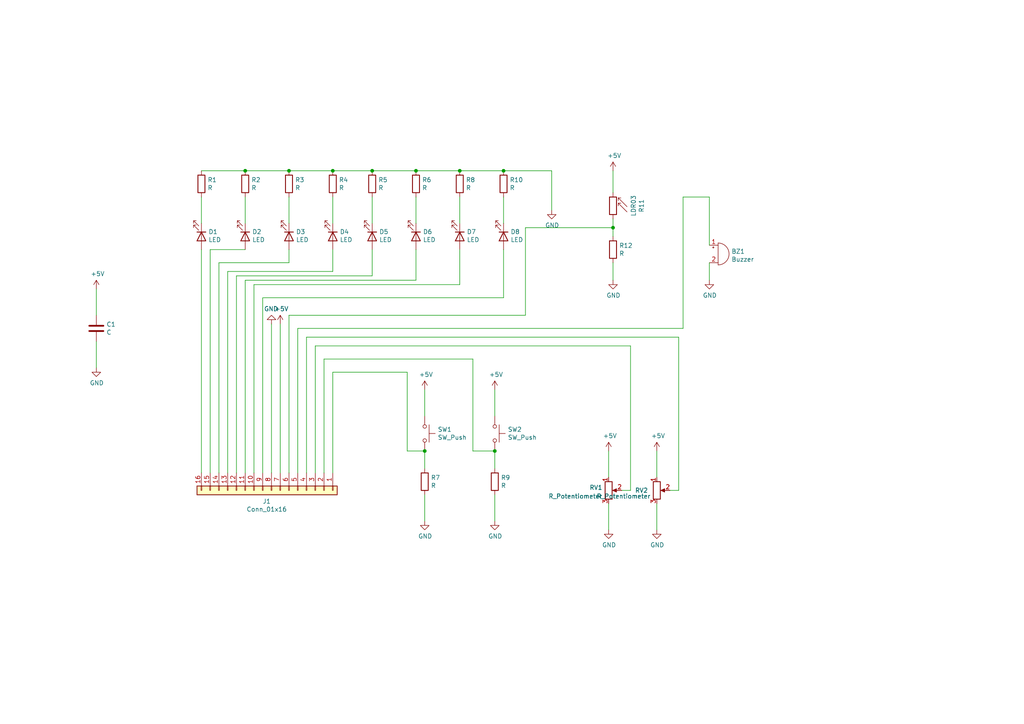
<source format=kicad_sch>
(kicad_sch (version 20231120) (generator "eeschema") (generator_version "8.0")
  (paper "A4")
  (title_block (title "Breadboard helfer") (date "2021-01-15") (rev "A1"))
  (lib_symbols
    (symbol "Connector_Generic:Conn_01x16" (pin_names (offset 1.016) hide)
      (property "Reference" "J" (at 0 20.32 0))
      (property "Value" "Conn_01x16" (at 0 -22.86 0))
      (symbol "Conn_01x16_1_1"
        (rectangle (start -1.27 -20.193) (end 0 -20.447) (stroke (width 0.1524)))
        (rectangle (start -1.27 -17.653) (end 0 -17.907) (stroke (width 0.1524)))
        (rectangle (start -1.27 -15.113) (end 0 -15.367) (stroke (width 0.1524)))
        (rectangle (start -1.27 -12.573) (end 0 -12.827) (stroke (width 0.1524)))
        (rectangle (start -1.27 -10.033) (end 0 -10.287) (stroke (width 0.1524)))
        (rectangle (start -1.27 -7.493) (end 0 -7.747) (stroke (width 0.1524)))
        (rectangle (start -1.27 -4.953) (end 0 -5.207) (stroke (width 0.1524)))
        (rectangle (start -1.27 -2.413) (end 0 -2.667) (stroke (width 0.1524)))
        (rectangle (start -1.27 0.127) (end 0 -0.127) (stroke (width 0.1524)))
        (rectangle (start -1.27 2.667) (end 0 2.413) (stroke (width 0.1524)))
        (rectangle (start -1.27 5.207) (end 0 4.953) (stroke (width 0.1524)))
        (rectangle (start -1.27 7.747) (end 0 7.493) (stroke (width 0.1524)))
        (rectangle (start -1.27 10.287) (end 0 10.033) (stroke (width 0.1524)))
        (rectangle (start -1.27 12.827) (end 0 12.573) (stroke (width 0.1524)))
        (rectangle (start -1.27 15.367) (end 0 15.113) (stroke (width 0.1524)))
        (rectangle (start -1.27 17.907) (end 0 17.653) (stroke (width 0.1524)))
        (rectangle (start -1.27 19.05) (end 1.27 -21.59) (stroke (width 0.254)) (fill (type background)))
        (pin passive line (at -5.08 17.78 0) (length 3.81) (name "Pin_1") (number "1"))
        (pin passive line (at -5.08 -5.08 0) (length 3.81) (name "Pin_10") (number "10"))
        (pin passive line (at -5.08 -7.62 0) (length 3.81) (name "Pin_11") (number "11"))
        (pin passive line (at -5.08 -10.16 0) (length 3.81) (name "Pin_12") (number "12"))
        (pin passive line (at -5.08 -12.7 0) (length 3.81) (name "Pin_13") (number "13"))
        (pin passive line (at -5.08 -15.24 0) (length 3.81) (name "Pin_14") (number "14"))
        (pin passive line (at -5.08 -17.78 0) (length 3.81) (name "Pin_15") (number "15"))
        (pin passive line (at -5.08 -20.32 0) (length 3.81) (name "Pin_16") (number "16"))
        (pin passive line (at -5.08 15.24 0) (length 3.81) (name "Pin_2") (number "2"))
        (pin passive line (at -5.08 12.7 0) (length 3.81) (name "Pin_3") (number "3"))
        (pin passive line (at -5.08 10.16 0) (length 3.81) (name "Pin_4") (number "4"))
        (pin passive line (at -5.08 7.62 0) (length 3.81) (name "Pin_5") (number "5"))
        (pin passive line (at -5.08 5.08 0) (length 3.81) (name "Pin_6") (number "6"))
        (pin passive line (at -5.08 2.54 0) (length 3.81) (name "Pin_7") (number "7"))
        (pin passive line (at -5.08 0 0) (length 3.81) (name "Pin_8") (number "8"))
        (pin passive line (at -5.08 -2.54 0) (length 3.81) (name "Pin_9") (number "9"))
      )
    )
    (symbol "Device:Buzzer" (pin_names (offset 0.0254) hide)
      (property "Reference" "BZ" (at 3.81 1.27 0))
      (property "Value" "Buzzer" (at 3.81 -1.27 0))
      (symbol "Buzzer_0_1"
        (arc (start 0 -3.175) (mid 3.1612 0) (end 0 3.175))
        (polyline (pts (xy -1.651 1.905) (xy -1.143 1.905)))
        (polyline (pts (xy -1.397 2.159) (xy -1.397 1.651)))
        (polyline (pts (xy 0 3.175) (xy 0 -3.175)))
      )
      (symbol "Buzzer_1_1"
        (pin passive line (at -2.54 2.54 0) (length 2.54) (name "-") (number "1"))
        (pin passive line (at -2.54 -2.54 0) (length 2.54) (name "+") (number "2"))
      )
    )
    (symbol "Device:C" (pin_numbers hide) (pin_names (offset 0.254))
      (property "Reference" "C" (at 0.635 2.54 0))
      (property "Value" "C" (at 0.635 -2.54 0))
      (symbol "C_0_1"
        (polyline (pts (xy -2.032 -0.762) (xy 2.032 -0.762)) (stroke (width 0.508)))
        (polyline (pts (xy -2.032 0.762) (xy 2.032 0.762)) (stroke (width 0.508)))
      )
      (symbol "C_1_1"
        (pin passive line (at 0 3.81 270) (length 2.794) (name "~") (number "1"))
        (pin passive line (at 0 -3.81 90) (length 2.794) (name "~") (number "2"))
      )
    )
    (symbol "Device:LED" (pin_numbers hide) (pin_names (offset 1.016) hide)
      (property "Reference" "D" (at 0 2.54 0))
      (property "Value" "LED" (at 0 -2.54 0))
      (symbol "LED_0_1"
        (polyline (pts (xy -1.27 -1.27) (xy -1.27 1.27)) (stroke (width 0.254)))
        (polyline (pts (xy -1.27 0) (xy 1.27 0)))
        (polyline (pts (xy 1.27 -1.27) (xy 1.27 1.27) (xy -1.27 0) (xy 1.27 -1.27)) (stroke (width 0.254)))
        (polyline (pts (xy -3.048 -0.762) (xy -4.572 -2.286) (xy -3.81 -2.286) (xy -4.572 -2.286) (xy -4.572 -1.524)))
        (polyline (pts (xy -1.778 -0.762) (xy -3.302 -2.286) (xy -2.54 -2.286) (xy -3.302 -2.286) (xy -3.302 -1.524)))
      )
      (symbol "LED_1_1"
        (pin passive line (at -3.81 0 0) (length 2.54) (name "K") (number "1"))
        (pin passive line (at 3.81 0 180) (length 2.54) (name "A") (number "2"))
      )
    )
    (symbol "Device:R" (pin_numbers hide) (pin_names (offset 0))
      (property "Reference" "R" (at 2.032 0 90))
      (property "Value" "R" (at 0 0 90))
      (symbol "R_0_1"
        (rectangle (start -1.016 -2.54) (end 1.016 2.54) (stroke (width 0.254)))
      )
      (symbol "R_1_1"
        (pin passive line (at 0 3.81 270) (length 1.27) (name "~") (number "1"))
        (pin passive line (at 0 -3.81 90) (length 1.27) (name "~") (number "2"))
      )
    )
    (symbol "Device:R_Potentiometer" (pin_names (offset 1.016) hide)
      (property "Reference" "RV" (at -4.445 0 90))
      (property "Value" "R_Potentiometer" (at -2.54 0 90))
      (symbol "R_Potentiometer_0_1"
        (polyline (pts (xy 2.54 0) (xy 1.524 0)))
        (polyline (pts (xy 1.143 0) (xy 2.286 0.508) (xy 2.286 -0.508) (xy 1.143 0)) (fill (type outline)))
        (rectangle (start 1.016 2.54) (end -1.016 -2.54) (stroke (width 0.254)))
      )
      (symbol "R_Potentiometer_1_1"
        (pin passive line (at 0 3.81 270) (length 1.27) (name "1") (number "1"))
        (pin passive line (at 3.81 0 180) (length 1.27) (name "2") (number "2"))
        (pin passive line (at 0 -3.81 90) (length 1.27) (name "3") (number "3"))
      )
    )
    (symbol "Sensor_Optical:LDR03" (pin_numbers hide) (pin_names (offset 0))
      (property "Reference" "R" (at -5.08 0 90))
      (property "Value" "LDR03" (at 1.905 0 90))
      (symbol "LDR03_0_1"
        (rectangle (start -1.016 2.54) (end 1.016 -2.54) (stroke (width 0.254)))
        (polyline (pts (xy -1.524 -2.286) (xy -4.064 0.254)))
        (polyline (pts (xy -1.524 -2.286) (xy -2.286 -2.286)))
        (polyline (pts (xy -1.524 -2.286) (xy -1.524 -1.524)))
        (polyline (pts (xy -1.524 -0.762) (xy -4.064 1.778)))
        (polyline (pts (xy -1.524 -0.762) (xy -2.286 -0.762)))
        (polyline (pts (xy -1.524 -0.762) (xy -1.524 0)))
      )
      (symbol "LDR03_1_1"
        (pin passive line (at 0 3.81 270) (length 1.27) (name "~") (number "1"))
        (pin passive line (at 0 -3.81 90) (length 1.27) (name "~") (number "2"))
      )
    )
    (symbol "Switch:SW_Push" (pin_numbers hide) (pin_names (offset 1.016) hide)
      (property "Reference" "SW" (at 1.27 2.54 0))
      (property "Value" "SW_Push" (at 0 -1.524 0))
      (symbol "SW_Push_0_1"
        (circle (center -2.032 0) (radius 0.508))
        (polyline (pts (xy 0 1.27) (xy 0 3.048)))
        (polyline (pts (xy 2.54 1.27) (xy -2.54 1.27)))
        (circle (center 2.032 0) (radius 0.508))
        (pin passive line (at -5.08 0 0) (length 2.54) (name "1") (number "1"))
        (pin passive line (at 5.08 0 180) (length 2.54) (name "2") (number "2"))
      )
    )
    (symbol "power:+5V" (power) (pin_names (offset 0))
      (property "Value" "+5V" (at 0 3.556 0))
      (symbol "+5V_0_1"
        (polyline (pts (xy -0.762 1.27) (xy 0 2.54)))
        (polyline (pts (xy 0 0) (xy 0 2.54)))
        (polyline (pts (xy 0 2.54) (xy 0.762 1.27)))
      )
      (symbol "+5V_1_1"
        (pin power_in line (at 0 0 90) (length 0) hide (name "+5V") (number "1"))
      )
    )
    (symbol "power:GND" (power) (pin_names (offset 0))
      (property "Value" "GND" (at 0 -3.81 0))
      (symbol "GND_0_1"
        (polyline (pts (xy 0 0) (xy 0 -1.27) (xy 1.27 -1.27) (xy 0 -2.54) (xy -1.27 -1.27) (xy 0 -1.27)))
      )
      (symbol "GND_1_1"
        (pin power_in line (at 0 0 270) (length 0) hide (name "GND") (number "1"))
      )
    )
  )
  (junction (at 123.19 130.81))
  (junction (at 107.95 49.53))
  (junction (at 143.51 130.81))
  (junction (at 96.52 49.53))
  (junction (at 83.82 49.53))
  (junction (at 146.05 49.53))
  (junction (at 71.12 49.53))
  (junction (at 133.35 49.53))
  (junction (at 120.65 49.53))
  (junction (at 177.8 66.04))
  (wire (pts (xy 71.12 49.53) (xy 83.82 49.53)))
  (wire (pts (xy 118.11 107.95) (xy 96.52 107.95)))
  (wire (pts (xy 58.42 72.39) (xy 58.42 137.16)))
  (wire (pts (xy 176.53 153.67) (xy 176.53 146.05)))
  (wire (pts (xy 83.82 49.53) (xy 96.52 49.53)))
  (wire (pts (xy 88.9 97.79) (xy 196.85 97.79)))
  (wire (pts (xy 96.52 49.53) (xy 107.95 49.53)))
  (wire (pts (xy 152.4 66.04) (xy 152.4 91.44)))
  (wire (pts (xy 96.52 57.15) (xy 96.52 64.77)))
  (wire (pts (xy 160.02 49.53) (xy 160.02 60.96)))
  (wire (pts (xy 83.82 76.2) (xy 63.5 76.2)))
  (wire (pts (xy 137.16 130.81) (xy 137.16 104.14)))
  (wire (pts (xy 63.5 76.2) (xy 63.5 137.16)))
  (wire (pts (xy 137.16 104.14) (xy 93.98 104.14)))
  (wire (pts (xy 133.35 57.15) (xy 133.35 64.77)))
  (wire (pts (xy 71.12 72.39) (xy 60.96 72.39)))
  (wire (pts (xy 146.05 72.39) (xy 146.05 86.36)))
  (wire (pts (xy 205.74 81.28) (xy 205.74 76.2)))
  (wire (pts (xy 143.51 151.13) (xy 143.51 143.51)))
  (wire (pts (xy 133.35 49.53) (xy 146.05 49.53)))
  (wire (pts (xy 190.5 153.67) (xy 190.5 146.05)))
  (wire (pts (xy 93.98 104.14) (xy 93.98 137.16)))
  (wire (pts (xy 198.12 57.15) (xy 198.12 95.25)))
  (wire (pts (xy 91.44 100.33) (xy 91.44 137.16)))
  (wire (pts (xy 58.42 49.53) (xy 71.12 49.53)))
  (wire (pts (xy 118.11 130.81) (xy 123.19 130.81)))
  (wire (pts (xy 133.35 82.55) (xy 133.35 72.39)))
  (wire (pts (xy 83.82 72.39) (xy 83.82 76.2)))
  (wire (pts (xy 196.85 97.79) (xy 196.85 142.24)))
  (wire (pts (xy 177.8 66.04) (xy 177.8 68.58)))
  (wire (pts (xy 123.19 120.65) (xy 123.19 113.03)))
  (wire (pts (xy 194.31 142.24) (xy 196.85 142.24)))
  (wire (pts (xy 86.36 95.25) (xy 86.36 137.16)))
  (wire (pts (xy 123.19 135.89) (xy 123.19 130.81)))
  (wire (pts (xy 73.66 82.55) (xy 133.35 82.55)))
  (wire (pts (xy 143.51 135.89) (xy 143.51 130.81)))
  (wire (pts (xy 137.16 130.81) (xy 143.51 130.81)))
  (wire (pts (xy 81.28 93.98) (xy 81.28 137.16)))
  (wire (pts (xy 71.12 81.28) (xy 120.65 81.28)))
  (wire (pts (xy 177.8 66.04) (xy 152.4 66.04)))
  (wire (pts (xy 190.5 138.43) (xy 190.5 130.81)))
  (wire (pts (xy 177.8 55.88) (xy 177.8 49.53)))
  (wire (pts (xy 83.82 57.15) (xy 83.82 64.77)))
  (wire (pts (xy 76.2 86.36) (xy 76.2 137.16)))
  (wire (pts (xy 96.52 107.95) (xy 96.52 137.16)))
  (wire (pts (xy 58.42 57.15) (xy 58.42 64.77)))
  (wire (pts (xy 107.95 49.53) (xy 120.65 49.53)))
  (wire (pts (xy 96.52 78.74) (xy 66.04 78.74)))
  (wire (pts (xy 66.04 78.74) (xy 66.04 137.16)))
  (wire (pts (xy 107.95 57.15) (xy 107.95 64.77)))
  (wire (pts (xy 118.11 130.81) (xy 118.11 107.95)))
  (wire (pts (xy 205.74 57.15) (xy 198.12 57.15)))
  (wire (pts (xy 120.65 57.15) (xy 120.65 64.77)))
  (wire (pts (xy 152.4 91.44) (xy 83.82 91.44)))
  (wire (pts (xy 146.05 86.36) (xy 76.2 86.36)))
  (wire (pts (xy 78.74 93.98) (xy 78.74 137.16)))
  (wire (pts (xy 177.8 63.5) (xy 177.8 66.04)))
  (wire (pts (xy 143.51 120.65) (xy 143.51 113.03)))
  (wire (pts (xy 123.19 151.13) (xy 123.19 143.51)))
  (wire (pts (xy 73.66 82.55) (xy 73.66 137.16)))
  (wire (pts (xy 27.94 106.68) (xy 27.94 99.06)))
  (wire (pts (xy 83.82 91.44) (xy 83.82 137.16)))
  (wire (pts (xy 27.94 91.44) (xy 27.94 83.82)))
  (wire (pts (xy 180.34 142.24) (xy 182.88 142.24)))
  (wire (pts (xy 96.52 72.39) (xy 96.52 78.74)))
  (wire (pts (xy 176.53 138.43) (xy 176.53 130.81)))
  (wire (pts (xy 68.58 80.01) (xy 68.58 137.16)))
  (wire (pts (xy 71.12 81.28) (xy 71.12 137.16)))
  (wire (pts (xy 205.74 71.12) (xy 205.74 57.15)))
  (wire (pts (xy 146.05 57.15) (xy 146.05 64.77)))
  (wire (pts (xy 198.12 95.25) (xy 86.36 95.25)))
  (wire (pts (xy 177.8 81.28) (xy 177.8 76.2)))
  (wire (pts (xy 71.12 57.15) (xy 71.12 64.77)))
  (wire (pts (xy 120.65 49.53) (xy 133.35 49.53)))
  (wire (pts (xy 146.05 49.53) (xy 160.02 49.53)))
  (wire (pts (xy 120.65 81.28) (xy 120.65 72.39)))
  (wire (pts (xy 60.96 72.39) (xy 60.96 137.16)))
  (wire (pts (xy 182.88 100.33) (xy 182.88 142.24)))
  (wire (pts (xy 68.58 80.01) (xy 107.95 80.01)))
  (wire (pts (xy 107.95 80.01) (xy 107.95 72.39)))
  (wire (pts (xy 88.9 97.79) (xy 88.9 137.16)))
  (wire (pts (xy 91.44 100.33) (xy 182.88 100.33)))
  (symbol (lib_id "Device:LED") (at 58.42 68.58 270) (unit 1)
    (property "Reference" "D1" (at 60.452 67.2338 90) (effects (justify left)))
    (property "Value" "LED" (at 60.452 69.5452 90) (effects (justify left)))
    (property "Footprint" "LED_THT:LED_D3.0mm_Clear" (effects (hide yes)))
  )
  (symbol (lib_id "Device:R") (at 58.42 53.34 0) (unit 1)
    (property "Reference" "R1" (at 60.198 52.1716 0) (effects (justify left)))
    (property "Value" "R" (at 60.198 54.483 0) (effects (justify left)))
    (property "Footprint" "Resistor_SMD:R_0805_2012Metric_Pad1.20x1.40mm_HandSolder" (effects (hide yes)))
  )
  (symbol (lib_id "Device:LED") (at 71.12 68.58 270) (unit 1)
    (property "Reference" "D2" (at 73.152 67.2338 90) (effects (justify left)))
    (property "Value" "LED" (at 73.152 69.5452 90) (effects (justify left)))
    (property "Footprint" "LED_THT:LED_D3.0mm_Clear" (effects (hide yes)))
  )
  (symbol (lib_id "Device:R") (at 71.12 53.34 0) (unit 1)
    (property "Reference" "R2" (at 72.898 52.1716 0) (effects (justify left)))
    (property "Value" "R" (at 72.898 54.483 0) (effects (justify left)))
    (property "Footprint" "Resistor_SMD:R_0805_2012Metric_Pad1.20x1.40mm_HandSolder" (effects (hide yes)))
  )
  (symbol (lib_id "Device:LED") (at 83.82 68.58 270) (unit 1)
    (property "Reference" "D3" (at 85.852 67.2338 90) (effects (justify left)))
    (property "Value" "LED" (at 85.852 69.5452 90) (effects (justify left)))
    (property "Footprint" "LED_THT:LED_D3.0mm_Clear" (effects (hide yes)))
  )
  (symbol (lib_id "Device:R") (at 83.82 53.34 0) (unit 1)
    (property "Reference" "R3" (at 85.598 52.1716 0) (effects (justify left)))
    (property "Value" "R" (at 85.598 54.483 0) (effects (justify left)))
    (property "Footprint" "Resistor_SMD:R_0805_2012Metric_Pad1.20x1.40mm_HandSolder" (effects (hide yes)))
  )
  (symbol (lib_id "Device:LED") (at 96.52 68.58 270) (unit 1)
    (property "Reference" "D4" (at 98.552 67.2338 90) (effects (justify left)))
    (property "Value" "LED" (at 98.552 69.5452 90) (effects (justify left)))
    (property "Footprint" "LED_THT:LED_D3.0mm_Clear" (effects (hide yes)))
  )
  (symbol (lib_id "Device:R") (at 96.52 53.34 0) (unit 1)
    (property "Reference" "R4" (at 98.298 52.1716 0) (effects (justify left)))
    (property "Value" "R" (at 98.298 54.483 0) (effects (justify left)))
    (property "Footprint" "Resistor_SMD:R_0805_2012Metric_Pad1.20x1.40mm_HandSolder" (effects (hide yes)))
  )
  (symbol (lib_id "Device:LED") (at 107.95 68.58 270) (unit 1)
    (property "Reference" "D5" (at 109.982 67.2338 90) (effects (justify left)))
    (property "Value" "LED" (at 109.982 69.5452 90) (effects (justify left)))
    (property "Footprint" "LED_THT:LED_D3.0mm_Clear" (effects (hide yes)))
  )
  (symbol (lib_id "Device:R") (at 107.95 53.34 0) (unit 1)
    (property "Reference" "R5" (at 109.728 52.1716 0) (effects (justify left)))
    (property "Value" "R" (at 109.728 54.483 0) (effects (justify left)))
    (property "Footprint" "Resistor_SMD:R_0805_2012Metric_Pad1.20x1.40mm_HandSolder" (effects (hide yes)))
  )
  (symbol (lib_id "Device:LED") (at 120.65 68.58 270) (unit 1)
    (property "Reference" "D6" (at 122.682 67.2338 90) (effects (justify left)))
    (property "Value" "LED" (at 122.682 69.5452 90) (effects (justify left)))
    (property "Footprint" "LED_THT:LED_D3.0mm_Clear" (effects (hide yes)))
  )
  (symbol (lib_id "Device:R") (at 120.65 53.34 0) (unit 1)
    (property "Reference" "R6" (at 122.428 52.1716 0) (effects (justify left)))
    (property "Value" "R" (at 122.428 54.483 0) (effects (justify left)))
    (property "Footprint" "Resistor_SMD:R_0805_2012Metric_Pad1.20x1.40mm_HandSolder" (effects (hide yes)))
  )
  (symbol (lib_id "Device:LED") (at 133.35 68.58 270) (unit 1)
    (property "Reference" "D7" (at 135.382 67.2338 90) (effects (justify left)))
    (property "Value" "LED" (at 135.382 69.5452 90) (effects (justify left)))
    (property "Footprint" "LED_THT:LED_D3.0mm_Clear" (effects (hide yes)))
  )
  (symbol (lib_id "Device:R") (at 133.35 53.34 0) (unit 1)
    (property "Reference" "R8" (at 135.128 52.1716 0) (effects (justify left)))
    (property "Value" "R" (at 135.128 54.483 0) (effects (justify left)))
    (property "Footprint" "Resistor_SMD:R_0805_2012Metric_Pad1.20x1.40mm_HandSolder" (effects (hide yes)))
  )
  (symbol (lib_id "Device:LED") (at 146.05 68.58 270) (unit 1)
    (property "Reference" "D8" (at 148.082 67.2338 90) (effects (justify left)))
    (property "Value" "LED" (at 148.082 69.5452 90) (effects (justify left)))
    (property "Footprint" "LED_THT:LED_D3.0mm_Clear" (effects (hide yes)))
  )
  (symbol (lib_id "Device:R") (at 146.05 53.34 0) (unit 1)
    (property "Reference" "R10" (at 147.828 52.1716 0) (effects (justify left)))
    (property "Value" "R" (at 147.828 54.483 0) (effects (justify left)))
    (property "Footprint" "Resistor_SMD:R_0805_2012Metric_Pad1.20x1.40mm_HandSolder" (effects (hide yes)))
  )
  (symbol (lib_id "power:GND") (at 160.02 60.96 0) (unit 1)
    (property "Reference" "#PWR09" (effects (hide yes)))
    (property "Value" "GND" (at 160.147 65.3542 0))
  )
  (symbol (lib_id "power:+5V") (at 177.8 49.53 0) (unit 1)
    (property "Reference" "#PWR012" (effects (hide yes)))
    (property "Value" "+5V" (at 178.181 45.1358 0))
  )
  (symbol (lib_id "Sensor_Optical:LDR03") (at 177.8 59.69 180) (unit 1)
    (property "Reference" "R11" (at 186.055 59.69 90))
    (property "Value" "LDR03" (at 183.7436 59.69 90))
    (property "Footprint" "OptoDevice:R_LDR_10x8.5mm_P7.6mm_Vertical" (effects (hide yes)))
    (property "Datasheet" "http://www.elektronica-componenten.nl/WebRoot/StoreNL/Shops/61422969/54F1/BA0C/C664/31B9/2173/C0A8/2AB9/2AEF/LDR03IMP.pdf" (effects (hide yes)))
  )
  (symbol (lib_id "Device:R") (at 177.8 72.39 180) (unit 1)
    (property "Reference" "R12" (at 179.578 71.2216 0) (effects (justify right)))
    (property "Value" "R" (at 179.578 73.533 0) (effects (justify right)))
    (property "Footprint" "Resistor_SMD:R_0805_2012Metric_Pad1.20x1.40mm_HandSolder" (effects (hide yes)))
  )
  (symbol (lib_id "power:GND") (at 177.8 81.28 0) (unit 1)
    (property "Reference" "#PWR013" (effects (hide yes)))
    (property "Value" "GND" (at 177.927 85.6742 0))
  )
  (symbol (lib_id "Device:Buzzer") (at 208.28 73.66 0) (unit 1)
    (property "Reference" "BZ1" (at 212.1408 72.9234 0) (effects (justify left)))
    (property "Value" "Buzzer" (at 212.1408 75.2348 0) (effects (justify left)))
    (property "Footprint" "Buzzer_Beeper:Buzzer_12x9.5RM7.6" (effects (hide yes)))
  )
  (symbol (lib_id "power:GND") (at 205.74 81.28 0) (unit 1)
    (property "Reference" "#PWR016" (effects (hide yes)))
    (property "Value" "GND" (at 205.867 85.6742 0))
  )
  (symbol (lib_id "Connector_Generic:Conn_01x16") (at 78.74 142.24 270) (unit 1)
    (property "Reference" "J1" (at 77.3684 145.415 90))
    (property "Value" "Conn_01x16" (at 77.3684 147.7264 90))
    (property "Footprint" "Connector_PinHeader_2.54mm:PinHeader_1x16_P2.54mm_Vertical" (effects (hide yes)))
  )
  (symbol (lib_id "power:GND") (at 78.74 93.98 180) (unit 1)
    (property "Reference" "#PWR03" (effects (hide yes)))
    (property "Value" "GND" (at 78.613 89.5858 0))
  )
  (symbol (lib_id "power:+5V") (at 81.28 93.98 0) (unit 1)
    (property "Reference" "#PWR04" (effects (hide yes)))
    (property "Value" "+5V" (at 81.661 89.5858 0))
  )
  (symbol (lib_id "power:GND") (at 190.5 153.67 0) (unit 1)
    (property "Reference" "#PWR015" (effects (hide yes)))
    (property "Value" "GND" (at 190.627 158.0642 0))
  )
  (symbol (lib_id "power:+5V") (at 190.5 130.81 0) (unit 1)
    (property "Reference" "#PWR014" (effects (hide yes)))
    (property "Value" "+5V" (at 190.881 126.4158 0))
  )
  (symbol (lib_id "power:GND") (at 143.51 151.13 0) (unit 1)
    (property "Reference" "#PWR08" (effects (hide yes)))
    (property "Value" "GND" (at 143.637 155.5242 0))
  )
  (symbol (lib_id "power:+5V") (at 176.53 130.81 0) (unit 1)
    (property "Reference" "#PWR010" (effects (hide yes)))
    (property "Value" "+5V" (at 176.911 126.4158 0))
  )
  (symbol (lib_id "Device:C") (at 27.94 95.25 0) (unit 1)
    (property "Reference" "C1" (at 30.861 94.0816 0) (effects (justify left)))
    (property "Value" "C" (at 30.861 96.393 0) (effects (justify left)))
    (property "Footprint" "Capacitor_SMD:C_1206_3216Metric_Pad1.33x1.80mm_HandSolder" (effects (hide yes)))
  )
  (symbol (lib_id "power:GND") (at 27.94 106.68 0) (unit 1)
    (property "Reference" "#PWR02" (effects (hide yes)))
    (property "Value" "GND" (at 28.067 111.0742 0))
  )
  (symbol (lib_id "power:+5V") (at 27.94 83.82 0) (unit 1)
    (property "Reference" "#PWR01" (effects (hide yes)))
    (property "Value" "+5V" (at 28.321 79.4258 0))
  )
  (symbol (lib_id "Switch:SW_Push") (at 123.19 125.73 270) (unit 1)
    (property "Reference" "SW1" (at 126.9492 124.5616 90) (effects (justify left)))
    (property "Value" "SW_Push" (at 126.9492 126.873 90) (effects (justify left)))
    (property "Footprint" "Button_Switch_THT:SW_PUSH_6mm_H4.3mm" (effects (hide yes)))
  )
  (symbol (lib_id "Device:R") (at 143.51 139.7 0) (unit 1)
    (property "Reference" "R9" (at 145.288 138.5316 0) (effects (justify left)))
    (property "Value" "R" (at 145.288 140.843 0) (effects (justify left)))
    (property "Footprint" "Resistor_SMD:R_0805_2012Metric_Pad1.20x1.40mm_HandSolder" (effects (hide yes)))
  )
  (symbol (lib_id "power:+5V") (at 143.51 113.03 0) (unit 1)
    (property "Reference" "#PWR07" (effects (hide yes)))
    (property "Value" "+5V" (at 143.891 108.6358 0))
  )
  (symbol (lib_id "power:GND") (at 176.53 153.67 0) (unit 1)
    (property "Reference" "#PWR011" (effects (hide yes)))
    (property "Value" "GND" (at 176.657 158.0642 0))
  )
  (symbol (lib_id "power:GND") (at 123.19 151.13 0) (unit 1)
    (property "Reference" "#PWR06" (effects (hide yes)))
    (property "Value" "GND" (at 123.317 155.5242 0))
  )
  (symbol (lib_id "Switch:SW_Push") (at 143.51 125.73 270) (unit 1)
    (property "Reference" "SW2" (at 147.2692 124.5616 90) (effects (justify left)))
    (property "Value" "SW_Push" (at 147.2692 126.873 90) (effects (justify left)))
    (property "Footprint" "Button_Switch_THT:SW_PUSH_6mm_H4.3mm" (effects (hide yes)))
  )
  (symbol (lib_id "Device:R") (at 123.19 139.7 0) (unit 1)
    (property "Reference" "R7" (at 124.968 138.5316 0) (effects (justify left)))
    (property "Value" "R" (at 124.968 140.843 0) (effects (justify left)))
    (property "Footprint" "Resistor_SMD:R_0805_2012Metric_Pad1.20x1.40mm_HandSolder" (effects (hide yes)))
  )
  (symbol (lib_id "power:+5V") (at 123.19 113.03 0) (unit 1)
    (property "Reference" "#PWR05" (effects (hide yes)))
    (property "Value" "+5V" (at 123.571 108.6358 0))
  )
  (symbol (lib_id "Device:R_Potentiometer") (at 176.53 142.24 0) (unit 1)
    (property "Reference" "RV1" (at 174.7521 141.4053 0) (effects (justify right)))
    (property "Value" "R_Potentiometer" (at 174.7521 143.9422 0) (effects (justify right)))
    (property "Footprint" "Potentiometer_THT:Potentiometer_Alps_RK09K_Single_Vertical" (effects (hide yes)))
  )
  (symbol (lib_id "Device:R_Potentiometer") (at 190.5 142.24 0) (unit 1)
    (property "Reference" "RV2" (at 187.96 142.24 0) (effects (justify right)))
    (property "Value" "R_Potentiometer" (at 188.7221 143.9422 0) (effects (justify right)))
    (property "Footprint" "Potentiometer_THT:Potentiometer_Alps_RK09K_Single_Vertical" (effects (hide yes)))
  )
)
</source>
